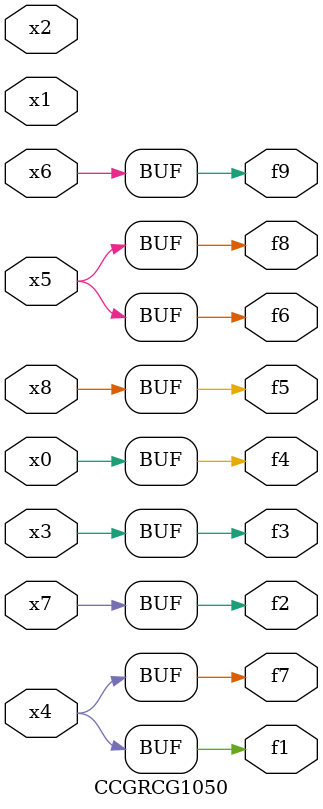
<source format=v>
module CCGRCG1050(
	input x0, x1, x2, x3, x4, x5, x6, x7, x8,
	output f1, f2, f3, f4, f5, f6, f7, f8, f9
);
	assign f1 = x4;
	assign f2 = x7;
	assign f3 = x3;
	assign f4 = x0;
	assign f5 = x8;
	assign f6 = x5;
	assign f7 = x4;
	assign f8 = x5;
	assign f9 = x6;
endmodule

</source>
